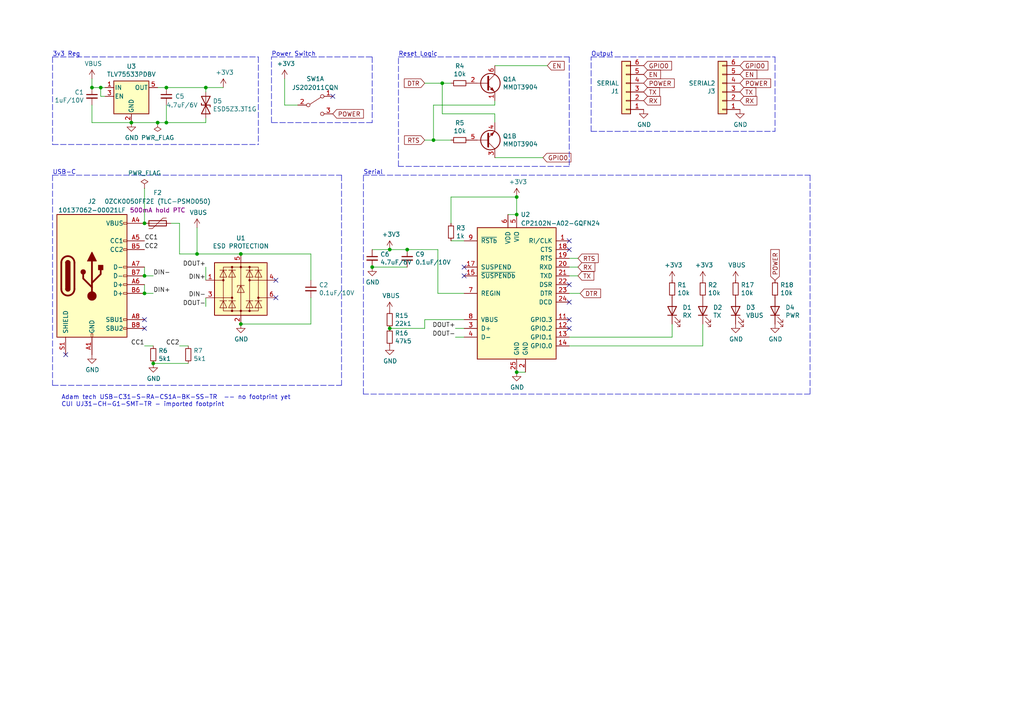
<source format=kicad_sch>
(kicad_sch (version 20210621) (generator eeschema)
  (paper "A4")
  (lib_symbols
    (symbol "Connector_Generic:Conn_01x06" (pin_names (offset 1.016) hide)
      (property "Reference" "J" (at 0 7.62 0))
      (property "Value" "Conn_01x06" (at 0 -10.16 0))
      (symbol "Conn_01x06_1_1"
        (rectangle (start -1.27 -7.493) (end 0 -7.747) (stroke (width 0.1524)))
        (rectangle (start -1.27 -4.953) (end 0 -5.207) (stroke (width 0.1524)))
        (rectangle (start -1.27 -2.413) (end 0 -2.667) (stroke (width 0.1524)))
        (rectangle (start -1.27 0.127) (end 0 -0.127) (stroke (width 0.1524)))
        (rectangle (start -1.27 2.667) (end 0 2.413) (stroke (width 0.1524)))
        (rectangle (start -1.27 5.207) (end 0 4.953) (stroke (width 0.1524)))
        (rectangle (start -1.27 6.35) (end 1.27 -8.89) (stroke (width 0.254)) (fill (type background)))
        (pin passive line (at -5.08 5.08 0) (length 3.81) (name "Pin_1") (number "1"))
        (pin passive line (at -5.08 2.54 0) (length 3.81) (name "Pin_2") (number "2"))
        (pin passive line (at -5.08 0 0) (length 3.81) (name "Pin_3") (number "3"))
        (pin passive line (at -5.08 -2.54 0) (length 3.81) (name "Pin_4") (number "4"))
        (pin passive line (at -5.08 -5.08 0) (length 3.81) (name "Pin_5") (number "5"))
        (pin passive line (at -5.08 -7.62 0) (length 3.81) (name "Pin_6") (number "6"))
      )
    )
    (symbol "Device:C_Small" (pin_numbers hide) (pin_names (offset 0.254) hide)
      (property "Reference" "C" (at 0.254 1.778 0))
      (property "Value" "C_Small" (at 0.254 -2.032 0))
      (symbol "C_Small_0_1"
        (polyline (pts (xy -1.524 -0.508) (xy 1.524 -0.508)) (stroke (width 0.3302)))
        (polyline (pts (xy -1.524 0.508) (xy 1.524 0.508)) (stroke (width 0.3048)))
      )
      (symbol "C_Small_1_1"
        (pin passive line (at 0 2.54 270) (length 2.032) (name "~") (number "1"))
        (pin passive line (at 0 -2.54 90) (length 2.032) (name "~") (number "2"))
      )
    )
    (symbol "Device:D_TVS" (pin_numbers hide) (pin_names (offset 1.016) hide)
      (property "Reference" "D" (at 0 2.54 0))
      (property "Value" "D_TVS" (at 0 -2.54 0))
      (symbol "D_TVS_0_1"
        (polyline (pts (xy 1.27 0) (xy -1.27 0)))
        (polyline (pts (xy 0.508 1.27) (xy 0 1.27) (xy 0 -1.27) (xy -0.508 -1.27)) (stroke (width 0.254)))
        (polyline (pts (xy -2.54 1.27) (xy -2.54 -1.27) (xy 2.54 1.27) (xy 2.54 -1.27) (xy -2.54 1.27)) (stroke (width 0.254)))
      )
      (symbol "D_TVS_1_1"
        (pin passive line (at -3.81 0 0) (length 2.54) (name "A1") (number "1"))
        (pin passive line (at 3.81 0 180) (length 2.54) (name "A2") (number "2"))
      )
    )
    (symbol "Device:LED" (pin_numbers hide) (pin_names (offset 1.016) hide)
      (property "Reference" "D" (at 0 2.54 0))
      (property "Value" "LED" (at 0 -2.54 0))
      (symbol "LED_0_1"
        (polyline (pts (xy -1.27 -1.27) (xy -1.27 1.27)) (stroke (width 0.254)))
        (polyline (pts (xy -1.27 0) (xy 1.27 0)))
        (polyline (pts (xy 1.27 -1.27) (xy 1.27 1.27) (xy -1.27 0) (xy 1.27 -1.27)) (stroke (width 0.254)))
        (polyline (pts (xy -3.048 -0.762) (xy -4.572 -2.286) (xy -3.81 -2.286) (xy -4.572 -2.286) (xy -4.572 -1.524)))
        (polyline (pts (xy -1.778 -0.762) (xy -3.302 -2.286) (xy -2.54 -2.286) (xy -3.302 -2.286) (xy -3.302 -1.524)))
      )
      (symbol "LED_1_1"
        (pin passive line (at -3.81 0 0) (length 2.54) (name "K") (number "1"))
        (pin passive line (at 3.81 0 180) (length 2.54) (name "A") (number "2"))
      )
    )
    (symbol "Device:Polyfuse" (pin_numbers hide) (pin_names (offset 0))
      (property "Reference" "F" (at -2.54 0 90))
      (property "Value" "Polyfuse" (at 2.54 0 90))
      (symbol "Polyfuse_0_1"
        (rectangle (start -0.762 2.54) (end 0.762 -2.54) (stroke (width 0.254)))
        (polyline (pts (xy 0 2.54) (xy 0 -2.54)))
        (polyline (pts (xy -1.524 2.54) (xy -1.524 1.524) (xy 1.524 -1.524) (xy 1.524 -2.54)))
      )
      (symbol "Polyfuse_1_1"
        (pin passive line (at 0 3.81 270) (length 1.27) (name "~") (number "1"))
        (pin passive line (at 0 -3.81 90) (length 1.27) (name "~") (number "2"))
      )
    )
    (symbol "Device:R_Small" (pin_numbers hide) (pin_names (offset 0.254) hide)
      (property "Reference" "R" (at 0.762 0.508 0))
      (property "Value" "R_Small" (at 0.762 -1.016 0))
      (symbol "R_Small_0_1"
        (rectangle (start -0.762 1.778) (end 0.762 -1.778) (stroke (width 0.2032)))
      )
      (symbol "R_Small_1_1"
        (pin passive line (at 0 2.54 270) (length 0.762) (name "~") (number "1"))
        (pin passive line (at 0 -2.54 90) (length 0.762) (name "~") (number "2"))
      )
    )
    (symbol "Power_Protection:USBLC6-4SC6" (pin_names hide)
      (property "Reference" "U" (at 2.54 8.89 0))
      (property "Value" "USBLC6-4SC6" (at 2.54 -8.89 0))
      (symbol "USBLC6-4SC6_0_1"
        (circle (center -5.08 2.54) (radius 0.254) (fill (type outline)))
        (circle (center -2.54 -6.35) (radius 0.254) (fill (type outline)))
        (circle (center -2.54 -2.54) (radius 0.254) (fill (type outline)))
        (circle (center -2.54 6.35) (radius 0.254) (fill (type outline)))
        (circle (center 0 -6.35) (radius 0.254) (fill (type outline)))
        (circle (center 0 6.35) (radius 0.254) (fill (type outline)))
        (circle (center 2.54 -6.35) (radius 0.254) (fill (type outline)))
        (circle (center 2.54 2.54) (radius 0.254) (fill (type outline)))
        (circle (center 2.54 6.35) (radius 0.254) (fill (type outline)))
        (circle (center 5.08 -2.54) (radius 0.254) (fill (type outline)))
        (rectangle (start -2.54 6.35) (end 2.54 -6.35))
        (rectangle (start -7.62 -7.62) (end 7.62 7.62) (stroke (width 0.254)) (fill (type background)))
        (polyline (pts (xy -5.08 2.54) (xy -7.62 2.54)))
        (polyline (pts (xy -4.064 -3.429) (xy -6.096 -3.429)))
        (polyline (pts (xy -4.064 5.461) (xy -6.096 5.461)))
        (polyline (pts (xy -2.54 -2.54) (xy -7.62 -2.54)))
        (polyline (pts (xy -1.524 -3.429) (xy -3.556 -3.429)))
        (polyline (pts (xy -1.524 5.461) (xy -3.556 5.461)))
        (polyline (pts (xy 0 -7.62) (xy 0 -6.35)))
        (polyline (pts (xy 0 -6.35) (xy 0 1.27)))
        (polyline (pts (xy 0 1.27) (xy 0 6.35)))
        (polyline (pts (xy 0 6.35) (xy 0 7.62)))
        (polyline (pts (xy 1.524 -3.429) (xy 3.556 -3.429)))
        (polyline (pts (xy 1.524 5.461) (xy 3.556 5.461)))
        (polyline (pts (xy 2.54 2.54) (xy 7.62 2.54)))
        (polyline (pts (xy 4.064 -3.429) (xy 6.096 -3.429)))
        (polyline (pts (xy 4.064 5.461) (xy 6.096 5.461)))
        (polyline (pts (xy 5.08 -2.54) (xy 7.62 -2.54)))
        (polyline (pts (xy -6.096 -5.461) (xy -4.064 -5.461) (xy -5.08 -3.429) (xy -6.096 -5.461)))
        (polyline (pts (xy -6.096 3.429) (xy -4.064 3.429) (xy -5.08 5.461) (xy -6.096 3.429)))
        (polyline (pts (xy -3.556 -5.461) (xy -1.524 -5.461) (xy -2.54 -3.429) (xy -3.556 -5.461)))
        (polyline (pts (xy -3.556 3.429) (xy -1.524 3.429) (xy -2.54 5.461) (xy -3.556 3.429)))
        (polyline (pts (xy -2.54 6.35) (xy -5.08 6.35) (xy -5.08 -6.35) (xy -2.54 -6.35)))
        (polyline (pts (xy -1.016 -1.016) (xy 1.016 -1.016) (xy 0 1.016) (xy -1.016 -1.016)))
        (polyline (pts (xy 1.016 1.016) (xy 0.762 1.016) (xy -1.016 1.016) (xy -1.016 0.508)))
        (polyline (pts (xy 2.54 6.35) (xy 5.08 6.35) (xy 5.08 -6.35) (xy 2.54 -6.35)))
        (polyline (pts (xy 3.556 -5.461) (xy 1.524 -5.461) (xy 2.54 -3.429) (xy 3.556 -5.461)))
        (polyline (pts (xy 3.556 3.429) (xy 1.524 3.429) (xy 2.54 5.461) (xy 3.556 3.429)))
        (polyline (pts (xy 6.096 -5.461) (xy 4.064 -5.461) (xy 5.08 -3.429) (xy 6.096 -5.461)))
        (polyline (pts (xy 6.096 3.429) (xy 4.064 3.429) (xy 5.08 5.461) (xy 6.096 3.429)))
      )
      (symbol "USBLC6-4SC6_1_1"
        (pin passive line (at -10.16 2.54 0) (length 2.54) (name "I/O1") (number "1"))
        (pin passive line (at 0 -10.16 90) (length 2.54) (name "GND") (number "2"))
        (pin passive line (at -10.16 -2.54 0) (length 2.54) (name "I/O2") (number "3"))
        (pin passive line (at 10.16 2.54 180) (length 2.54) (name "I/O3") (number "4"))
        (pin passive line (at 0 10.16 270) (length 2.54) (name "VBUS") (number "5"))
        (pin passive line (at 10.16 -2.54 180) (length 2.54) (name "I/O4") (number "6"))
      )
    )
    (symbol "Regulator_Linear:TLV75533PDBV" (pin_names (offset 0.254))
      (property "Reference" "U" (at -3.81 5.715 0))
      (property "Value" "TLV75533PDBV" (at 0 5.715 0))
      (symbol "TLV75533PDBV_0_1"
        (rectangle (start -5.08 4.445) (end 5.08 -5.08) (stroke (width 0.254)) (fill (type background)))
      )
      (symbol "TLV75533PDBV_1_1"
        (pin power_in line (at -7.62 2.54 0) (length 2.54) (name "IN") (number "1"))
        (pin power_in line (at 0 -7.62 90) (length 2.54) (name "GND") (number "2"))
        (pin input line (at -7.62 0 0) (length 2.54) (name "EN") (number "3"))
        (pin no_connect line (at 5.08 0 180) (length 2.54) hide (name "NC") (number "4"))
        (pin power_out line (at 7.62 2.54 180) (length 2.54) (name "OUT") (number "5"))
      )
    )
    (symbol "Switch:SW_DPDT_x2" (pin_names (offset 0) hide)
      (property "Reference" "SW" (at 0 4.318 0))
      (property "Value" "SW_DPDT_x2" (at 0 -5.08 0))
      (symbol "SW_DPDT_x2_0_0"
        (circle (center -2.032 0) (radius 0.508))
        (circle (center 2.032 -2.54) (radius 0.508))
      )
      (symbol "SW_DPDT_x2_0_1"
        (circle (center 2.032 2.54) (radius 0.508))
        (polyline (pts (xy -1.524 0.254) (xy 1.651 2.286)))
      )
      (symbol "SW_DPDT_x2_1_1"
        (pin passive line (at 5.08 2.54 180) (length 2.54) (name "A") (number "1"))
        (pin passive line (at -5.08 0 0) (length 2.54) (name "B") (number "2"))
        (pin passive line (at 5.08 -2.54 180) (length 2.54) (name "C") (number "3"))
      )
      (symbol "SW_DPDT_x2_2_1"
        (pin passive line (at 5.08 2.54 180) (length 2.54) (name "A") (number "4"))
        (pin passive line (at -5.08 0 0) (length 2.54) (name "B") (number "5"))
        (pin passive line (at 5.08 -2.54 180) (length 2.54) (name "C") (number "6"))
      )
    )
    (symbol "Transistor_BJT:MMDT3904" (pin_names (offset 0) hide)
      (property "Reference" "Q" (at 5.08 1.27 0))
      (property "Value" "MMDT3904" (at 5.08 -1.27 0))
      (symbol "MMDT3904_0_1"
        (circle (center 1.27 0) (radius 2.8194) (stroke (width 0.254)))
        (polyline (pts (xy 0.635 0) (xy -2.54 0)))
        (polyline (pts (xy 0.635 0.635) (xy 2.54 2.54)))
        (polyline (pts (xy 0.635 -0.635) (xy 2.54 -2.54) (xy 2.54 -2.54)))
        (polyline (pts (xy 0.635 1.905) (xy 0.635 -1.905) (xy 0.635 -1.905)) (stroke (width 0.508)))
        (polyline (pts (xy 1.27 -1.778) (xy 1.778 -1.27) (xy 2.286 -2.286) (xy 1.27 -1.778) (xy 1.27 -1.778)) (fill (type outline)))
      )
      (symbol "MMDT3904_1_1"
        (pin passive line (at 2.54 -5.08 90) (length 2.54) (name "E1") (number "1"))
        (pin input line (at -5.08 0 0) (length 2.54) (name "B1") (number "2"))
        (pin passive line (at 2.54 5.08 270) (length 2.54) (name "C1") (number "6"))
      )
      (symbol "MMDT3904_2_1"
        (pin passive line (at 2.54 5.08 270) (length 2.54) (name "C2") (number "3"))
        (pin passive line (at 2.54 -5.08 90) (length 2.54) (name "E2") (number "4"))
        (pin input line (at -5.08 0 0) (length 2.54) (name "B2") (number "5"))
      )
    )
    (symbol "eflashy32-rescue:CP2102N-A01-GQFN24-Interface_USB" (pin_names (offset 1.016))
      (property "Reference" "U" (at -5.08 22.225 0))
      (property "Value" "CP2102N-A01-GQFN24-Interface_USB" (at -5.08 20.32 0))
      (symbol "CP2102N-A01-GQFN24-Interface_USB_0_1"
        (rectangle (start -11.43 19.05) (end 11.43 -19.05) (stroke (width 0.254)) (fill (type background)))
      )
      (symbol "CP2102N-A01-GQFN24-Interface_USB_1_1"
        (pin bidirectional line (at 15.24 15.24 180) (length 3.81) (name "RI/CLK") (number "1"))
        (pin no_connect line (at 10.16 -22.86 90) (length 3.81) hide (name "NC") (number "10"))
        (pin bidirectional line (at 15.24 -7.62 180) (length 3.81) (name "GPIO.3") (number "11"))
        (pin bidirectional line (at 15.24 -10.16 180) (length 3.81) (name "GPIO.2") (number "12"))
        (pin bidirectional line (at 15.24 -12.7 180) (length 3.81) (name "GPIO.1") (number "13"))
        (pin bidirectional line (at 15.24 -15.24 180) (length 3.81) (name "GPIO.0") (number "14"))
        (pin output line (at -15.24 5.08 0) (length 3.81) (name "~{SUSPENDb}") (number "15"))
        (pin no_connect line (at 7.62 -22.86 90) (length 3.81) hide (name "NC") (number "16"))
        (pin output line (at -15.24 7.62 0) (length 3.81) (name "SUSPEND") (number "17"))
        (pin input line (at 15.24 12.7 180) (length 3.81) (name "CTS") (number "18"))
        (pin output line (at 15.24 10.16 180) (length 3.81) (name "RTS") (number "19"))
        (pin power_in line (at 2.54 -22.86 90) (length 3.81) (name "GND") (number "2"))
        (pin input line (at 15.24 7.62 180) (length 3.81) (name "RXD") (number "20"))
        (pin output line (at 15.24 5.08 180) (length 3.81) (name "TXD") (number "21"))
        (pin input line (at 15.24 2.54 180) (length 3.81) (name "DSR") (number "22"))
        (pin output line (at 15.24 0 180) (length 3.81) (name "DTR") (number "23"))
        (pin input line (at 15.24 -2.54 180) (length 3.81) (name "DCD") (number "24"))
        (pin power_in line (at 0 -22.86 90) (length 3.81) (name "GND") (number "25"))
        (pin bidirectional line (at -15.24 -10.16 0) (length 3.81) (name "D+") (number "3"))
        (pin bidirectional line (at -15.24 -12.7 0) (length 3.81) (name "D-") (number "4"))
        (pin power_in line (at 0 22.86 270) (length 3.81) (name "VIO") (number "5"))
        (pin power_in line (at -2.54 22.86 270) (length 3.81) (name "VDD") (number "6"))
        (pin power_in line (at -15.24 0 0) (length 3.81) (name "REGIN") (number "7"))
        (pin input line (at -15.24 -7.62 0) (length 3.81) (name "VBUS") (number "8"))
        (pin input line (at -15.24 15.24 0) (length 3.81) (name "~{RSTb}") (number "9"))
      )
    )
    (symbol "eflashy32-rescue:USB_C_Receptacle_USB2.0-Connector" (pin_names (offset 1.016))
      (property "Reference" "J" (at -10.16 19.05 0))
      (property "Value" "USB_C_Receptacle_USB2.0-Connector" (at 19.05 19.05 0))
      (symbol "USB_C_Receptacle_USB2.0-Connector_0_0"
        (rectangle (start -0.254 -17.78) (end 0.254 -16.764))
        (rectangle (start 10.16 -14.986) (end 9.144 -15.494))
        (rectangle (start 10.16 -12.446) (end 9.144 -12.954))
        (rectangle (start 10.16 -4.826) (end 9.144 -5.334))
        (rectangle (start 10.16 -2.286) (end 9.144 -2.794))
        (rectangle (start 10.16 0.254) (end 9.144 -0.254))
        (rectangle (start 10.16 2.794) (end 9.144 2.286))
        (rectangle (start 10.16 7.874) (end 9.144 7.366))
        (rectangle (start 10.16 10.414) (end 9.144 9.906))
        (rectangle (start 10.16 15.494) (end 9.144 14.986))
      )
      (symbol "USB_C_Receptacle_USB2.0-Connector_0_1"
        (arc (start -8.89 -3.81) (end -5.08 -3.81) (radius (at -6.985 -3.81) (length 1.905) (angles -179.9 -0.1)) (stroke (width 0.508)))
        (arc (start -7.62 -3.81) (end -6.35 -3.81) (radius (at -6.985 -3.81) (length 0.635) (angles -179.9 -0.1)) (stroke (width 0.254)))
        (arc (start -6.35 3.81) (end -7.62 3.81) (radius (at -6.985 3.81) (length 0.635) (angles 0.1 179.9)) (stroke (width 0.254)))
        (arc (start -5.08 3.81) (end -8.89 3.81) (radius (at -6.985 3.81) (length 1.905) (angles 0.1 179.9)) (stroke (width 0.508)))
        (arc (start -7.62 -3.81) (end -6.35 -3.81) (radius (at -6.985 -3.81) (length 0.635) (angles -179.9 -0.1)) (stroke (width 0.254)) (fill (type outline)))
        (arc (start -6.35 3.81) (end -7.62 3.81) (radius (at -6.985 3.81) (length 0.635) (angles 0.1 179.9)) (stroke (width 0.254)) (fill (type outline)))
        (circle (center -2.54 1.143) (radius 0.635) (stroke (width 0.254)) (fill (type outline)))
        (circle (center 0 -5.842) (radius 1.27) (fill (type outline)))
        (rectangle (start -7.62 -3.81) (end -6.35 3.81) (stroke (width 0.254)) (fill (type outline)))
        (rectangle (start 1.905 1.778) (end 3.175 3.048) (stroke (width 0.254)) (fill (type outline)))
        (rectangle (start -10.16 17.78) (end 10.16 -17.78) (stroke (width 0.254)) (fill (type background)))
        (polyline (pts (xy -8.89 -3.81) (xy -8.89 3.81)) (stroke (width 0.508)))
        (polyline (pts (xy -5.08 3.81) (xy -5.08 -3.81)) (stroke (width 0.508)))
        (polyline (pts (xy 0 -5.842) (xy 0 4.318)) (stroke (width 0.508)))
        (polyline (pts (xy 0 -3.302) (xy -2.54 -0.762) (xy -2.54 0.508)) (stroke (width 0.508)))
        (polyline (pts (xy 0 -2.032) (xy 2.54 0.508) (xy 2.54 1.778)) (stroke (width 0.508)))
        (polyline (pts (xy -1.27 4.318) (xy 0 6.858) (xy 1.27 4.318) (xy -1.27 4.318)) (stroke (width 0.254)) (fill (type outline)))
      )
      (symbol "USB_C_Receptacle_USB2.0-Connector_1_1"
        (pin power_in line (at 0 -22.86 90) (length 5.08) (name "GND") (number "A1"))
        (pin passive line (at 0 -22.86 90) (length 5.08) hide (name "GND") (number "A12"))
        (pin power_in line (at 15.24 15.24 180) (length 5.08) (name "VBUS") (number "A4"))
        (pin bidirectional line (at 15.24 10.16 180) (length 5.08) (name "CC1") (number "A5"))
        (pin bidirectional line (at 15.24 -2.54 180) (length 5.08) (name "D+") (number "A6"))
        (pin bidirectional line (at 15.24 2.54 180) (length 5.08) (name "D-") (number "A7"))
        (pin bidirectional line (at 15.24 -12.7 180) (length 5.08) (name "SBU1") (number "A8"))
        (pin passive line (at 15.24 15.24 180) (length 5.08) hide (name "VBUS") (number "A9"))
        (pin passive line (at 0 -22.86 90) (length 5.08) hide (name "GND") (number "B1"))
        (pin passive line (at 0 -22.86 90) (length 5.08) hide (name "GND") (number "B12"))
        (pin passive line (at 15.24 15.24 180) (length 5.08) hide (name "VBUS") (number "B4"))
        (pin bidirectional line (at 15.24 7.62 180) (length 5.08) (name "CC2") (number "B5"))
        (pin bidirectional line (at 15.24 -5.08 180) (length 5.08) (name "D+") (number "B6"))
        (pin bidirectional line (at 15.24 0 180) (length 5.08) (name "D-") (number "B7"))
        (pin bidirectional line (at 15.24 -15.24 180) (length 5.08) (name "SBU2") (number "B8"))
        (pin passive line (at 15.24 15.24 180) (length 5.08) hide (name "VBUS") (number "B9"))
        (pin passive line (at -7.62 -22.86 90) (length 5.08) (name "SHIELD") (number "S1"))
      )
    )
    (symbol "power:+3V3" (power) (pin_names (offset 0))
      (property "Value" "+3V3" (at 0 3.556 0))
      (symbol "+3V3_0_1"
        (polyline (pts (xy -0.762 1.27) (xy 0 2.54)))
        (polyline (pts (xy 0 0) (xy 0 2.54)))
        (polyline (pts (xy 0 2.54) (xy 0.762 1.27)))
      )
      (symbol "+3V3_1_1"
        (pin power_in line (at 0 0 90) (length 0) hide (name "+3V3") (number "1"))
      )
    )
    (symbol "power:GND" (power) (pin_names (offset 0))
      (property "Value" "GND" (at 0 -3.81 0))
      (symbol "GND_0_1"
        (polyline (pts (xy 0 0) (xy 0 -1.27) (xy 1.27 -1.27) (xy 0 -2.54) (xy -1.27 -1.27) (xy 0 -1.27)))
      )
      (symbol "GND_1_1"
        (pin power_in line (at 0 0 270) (length 0) hide (name "GND") (number "1"))
      )
    )
    (symbol "power:PWR_FLAG" (power) (pin_numbers hide) (pin_names (offset 0) hide)
      (property "Value" "PWR_FLAG" (at 0 3.81 0))
      (symbol "PWR_FLAG_0_0"
        (pin power_out line (at 0 0 90) (length 0) (name "pwr") (number "1"))
      )
      (symbol "PWR_FLAG_0_1"
        (polyline (pts (xy 0 0) (xy 0 1.27) (xy -1.016 1.905) (xy 0 2.54) (xy 1.016 1.905) (xy 0 1.27)))
      )
    )
    (symbol "power:VBUS" (power) (pin_names (offset 0))
      (property "Value" "VBUS" (at 0 3.81 0))
      (symbol "VBUS_0_1"
        (polyline (pts (xy -0.762 1.27) (xy 0 2.54)))
        (polyline (pts (xy 0 0) (xy 0 2.54)))
        (polyline (pts (xy 0 2.54) (xy 0.762 1.27)))
      )
      (symbol "VBUS_1_1"
        (pin power_in line (at 0 0 90) (length 0) hide (name "VBUS") (number "1"))
      )
    )
  )
  (junction (at 26.67 25.4))
  (junction (at 29.21 25.4))
  (junction (at 38.1 35.56))
  (junction (at 41.91 64.77))
  (junction (at 41.91 80.01))
  (junction (at 41.91 85.09))
  (junction (at 44.45 105.41))
  (junction (at 45.72 35.56))
  (junction (at 48.26 25.4))
  (junction (at 48.26 35.56))
  (junction (at 57.15 73.66))
  (junction (at 59.69 25.4))
  (junction (at 69.85 73.66))
  (junction (at 69.85 93.98))
  (junction (at 107.95 77.47))
  (junction (at 113.03 72.39))
  (junction (at 113.03 95.25))
  (junction (at 118.11 72.39))
  (junction (at 125.73 40.64))
  (junction (at 128.27 24.13))
  (junction (at 149.86 57.15))
  (junction (at 149.86 62.23))
  (junction (at 149.86 107.95))
  (no_connect (at 19.05 102.87))
  (no_connect (at 41.91 92.71))
  (no_connect (at 41.91 95.25))
  (no_connect (at 80.01 81.28))
  (no_connect (at 80.01 86.36))
  (no_connect (at 96.52 27.94))
  (no_connect (at 134.62 77.47))
  (no_connect (at 134.62 80.01))
  (no_connect (at 165.1 69.85))
  (no_connect (at 165.1 72.39))
  (no_connect (at 165.1 82.55))
  (no_connect (at 165.1 87.63))
  (no_connect (at 165.1 92.71))
  (no_connect (at 165.1 95.25))
  (wire (pts (xy 26.67 25.4) (xy 26.67 22.86)))
  (wire (pts (xy 26.67 30.48) (xy 26.67 35.56)))
  (wire (pts (xy 26.67 35.56) (xy 38.1 35.56)))
  (wire (pts (xy 29.21 25.4) (xy 26.67 25.4)))
  (wire (pts (xy 29.21 25.4) (xy 29.21 27.94)))
  (wire (pts (xy 29.21 27.94) (xy 30.48 27.94)))
  (wire (pts (xy 30.48 25.4) (xy 29.21 25.4)))
  (wire (pts (xy 38.1 35.56) (xy 45.72 35.56)))
  (wire (pts (xy 41.91 54.61) (xy 41.91 64.77)))
  (wire (pts (xy 41.91 77.47) (xy 41.91 80.01)))
  (wire (pts (xy 41.91 80.01) (xy 44.45 80.01)))
  (wire (pts (xy 41.91 82.55) (xy 41.91 85.09)))
  (wire (pts (xy 41.91 85.09) (xy 44.45 85.09)))
  (wire (pts (xy 41.91 100.33) (xy 44.45 100.33)))
  (wire (pts (xy 44.45 105.41) (xy 54.61 105.41)))
  (wire (pts (xy 45.72 25.4) (xy 48.26 25.4)))
  (wire (pts (xy 45.72 35.56) (xy 48.26 35.56)))
  (wire (pts (xy 48.26 25.4) (xy 59.69 25.4)))
  (wire (pts (xy 48.26 30.48) (xy 48.26 35.56)))
  (wire (pts (xy 48.26 35.56) (xy 59.69 35.56)))
  (wire (pts (xy 49.53 64.77) (xy 52.07 64.77)))
  (wire (pts (xy 52.07 64.77) (xy 52.07 73.66)))
  (wire (pts (xy 52.07 73.66) (xy 57.15 73.66)))
  (wire (pts (xy 52.07 100.33) (xy 54.61 100.33)))
  (wire (pts (xy 57.15 66.04) (xy 57.15 73.66)))
  (wire (pts (xy 57.15 73.66) (xy 69.85 73.66)))
  (wire (pts (xy 59.69 25.4) (xy 64.77 25.4)))
  (wire (pts (xy 59.69 26.67) (xy 59.69 25.4)))
  (wire (pts (xy 59.69 35.56) (xy 59.69 34.29)))
  (wire (pts (xy 59.69 81.28) (xy 59.69 77.47)))
  (wire (pts (xy 59.69 88.9) (xy 59.69 86.36)))
  (wire (pts (xy 69.85 73.66) (xy 90.17 73.66)))
  (wire (pts (xy 82.55 30.48) (xy 82.55 22.86)))
  (wire (pts (xy 86.36 30.48) (xy 82.55 30.48)))
  (wire (pts (xy 90.17 73.66) (xy 90.17 81.28)))
  (wire (pts (xy 90.17 86.36) (xy 90.17 93.98)))
  (wire (pts (xy 90.17 93.98) (xy 69.85 93.98)))
  (wire (pts (xy 107.95 72.39) (xy 113.03 72.39)))
  (wire (pts (xy 113.03 72.39) (xy 118.11 72.39)))
  (wire (pts (xy 113.03 95.25) (xy 123.19 95.25)))
  (wire (pts (xy 118.11 77.47) (xy 107.95 77.47)))
  (wire (pts (xy 123.19 24.13) (xy 128.27 24.13)))
  (wire (pts (xy 123.19 40.64) (xy 125.73 40.64)))
  (wire (pts (xy 123.19 92.71) (xy 134.62 92.71)))
  (wire (pts (xy 123.19 95.25) (xy 123.19 92.71)))
  (wire (pts (xy 125.73 30.48) (xy 125.73 40.64)))
  (wire (pts (xy 127 72.39) (xy 118.11 72.39)))
  (wire (pts (xy 127 85.09) (xy 127 72.39)))
  (wire (pts (xy 128.27 24.13) (xy 128.27 33.02)))
  (wire (pts (xy 128.27 33.02) (xy 143.51 33.02)))
  (wire (pts (xy 130.81 24.13) (xy 128.27 24.13)))
  (wire (pts (xy 130.81 40.64) (xy 125.73 40.64)))
  (wire (pts (xy 130.81 57.15) (xy 130.81 64.77)))
  (wire (pts (xy 130.81 57.15) (xy 149.86 57.15)))
  (wire (pts (xy 134.62 69.85) (xy 130.81 69.85)))
  (wire (pts (xy 134.62 85.09) (xy 127 85.09)))
  (wire (pts (xy 134.62 95.25) (xy 132.08 95.25)))
  (wire (pts (xy 134.62 97.79) (xy 132.08 97.79)))
  (wire (pts (xy 143.51 19.05) (xy 158.75 19.05)))
  (wire (pts (xy 143.51 29.21) (xy 143.51 30.48)))
  (wire (pts (xy 143.51 30.48) (xy 125.73 30.48)))
  (wire (pts (xy 143.51 33.02) (xy 143.51 35.56)))
  (wire (pts (xy 143.51 45.72) (xy 157.48 45.72)))
  (wire (pts (xy 147.32 62.23) (xy 149.86 62.23)))
  (wire (pts (xy 149.86 62.23) (xy 149.86 57.15)))
  (wire (pts (xy 152.4 107.95) (xy 149.86 107.95)))
  (wire (pts (xy 165.1 74.93) (xy 167.64 74.93)))
  (wire (pts (xy 165.1 77.47) (xy 167.64 77.47)))
  (wire (pts (xy 165.1 97.79) (xy 194.945 97.79)))
  (wire (pts (xy 165.1 100.33) (xy 203.835 100.33)))
  (wire (pts (xy 167.64 80.01) (xy 165.1 80.01)))
  (wire (pts (xy 168.275 85.09) (xy 165.1 85.09)))
  (wire (pts (xy 194.945 93.98) (xy 194.945 97.79)))
  (wire (pts (xy 203.835 93.98) (xy 203.835 100.33)))
  (polyline (pts (xy 15.24 16.51) (xy 15.24 41.91)) (stroke (width 0) (type dash)))
  (polyline (pts (xy 15.24 16.51) (xy 74.93 16.51)) (stroke (width 0) (type dash)))
  (polyline (pts (xy 15.24 41.91) (xy 74.93 41.91)) (stroke (width 0) (type dash)))
  (polyline (pts (xy 15.24 50.8) (xy 15.24 111.76)) (stroke (width 0) (type dash)))
  (polyline (pts (xy 15.24 50.8) (xy 99.06 50.8)) (stroke (width 0) (type dash)))
  (polyline (pts (xy 15.24 111.76) (xy 99.06 111.76)) (stroke (width 0) (type dash)))
  (polyline (pts (xy 74.93 16.51) (xy 74.93 41.91)) (stroke (width 0) (type dash)))
  (polyline (pts (xy 78.74 16.51) (xy 107.95 16.51)) (stroke (width 0) (type dash)))
  (polyline (pts (xy 78.74 35.56) (xy 78.74 16.51)) (stroke (width 0) (type dash)))
  (polyline (pts (xy 99.06 50.8) (xy 99.06 111.76)) (stroke (width 0) (type dash)))
  (polyline (pts (xy 105.41 50.8) (xy 234.95 50.8)) (stroke (width 0) (type dash)))
  (polyline (pts (xy 105.41 114.3) (xy 105.41 50.8)) (stroke (width 0) (type dash)))
  (polyline (pts (xy 107.95 16.51) (xy 107.95 35.56)) (stroke (width 0) (type dash)))
  (polyline (pts (xy 107.95 35.56) (xy 78.74 35.56)) (stroke (width 0) (type dash)))
  (polyline (pts (xy 115.57 16.51) (xy 165.1 16.51)) (stroke (width 0) (type dash)))
  (polyline (pts (xy 115.57 48.26) (xy 115.57 16.51)) (stroke (width 0) (type dash)))
  (polyline (pts (xy 165.1 16.51) (xy 165.1 48.26)) (stroke (width 0) (type dash)))
  (polyline (pts (xy 165.1 48.26) (xy 115.57 48.26)) (stroke (width 0) (type dash)))
  (polyline (pts (xy 171.45 16.51) (xy 224.79 16.51)) (stroke (width 0) (type dash)))
  (polyline (pts (xy 171.45 38.1) (xy 171.45 16.51)) (stroke (width 0) (type dash)))
  (polyline (pts (xy 171.45 38.1) (xy 224.79 38.1)) (stroke (width 0) (type dash)))
  (polyline (pts (xy 224.79 16.51) (xy 224.79 38.1)) (stroke (width 0) (type dash)))
  (polyline (pts (xy 234.95 50.8) (xy 234.95 114.3)) (stroke (width 0) (type dash)))
  (polyline (pts (xy 234.95 114.3) (xy 105.41 114.3)) (stroke (width 0) (type dash)))
  (text "3v3 Reg" (at 15.24 16.51 0) (effects (font (size 1.27 1.27)) (justify left bottom)))
  (text "USB-C" (at 15.24 50.8 0) (effects (font (size 1.27 1.27)) (justify left bottom)))
  (text "Adam tech USB-C31-S-RA-CS1A-BK-SS-TR  -- no footprint yet\nCUI UJ31-CH-G1-SMT-TR - imported footprint" (at 17.78 118.11 0) (effects (font (size 1.27 1.27)) (justify left bottom)))
  (text "Power Switch" (at 78.74 16.51 0) (effects (font (size 1.27 1.27)) (justify left bottom)))
  (text "Serial" (at 105.41 50.8 0) (effects (font (size 1.27 1.27)) (justify left bottom)))
  (text "Reset Logic" (at 115.57 16.51 0) (effects (font (size 1.27 1.27)) (justify left bottom)))
  (text "Output" (at 171.45 16.51 0) (effects (font (size 1.27 1.27)) (justify left bottom)))
  (label "CC1" (at 41.91 69.85 0))
  (label "CC2" (at 41.91 72.39 0))
  (label "CC1" (at 41.91 100.33 180))
  (label "DIN-" (at 44.45 80.01 0))
  (label "DIN+" (at 44.45 85.09 0))
  (label "CC2" (at 52.07 100.33 180))
  (label "DOUT+" (at 59.69 77.47 180))
  (label "DIN+" (at 59.69 81.28 180))
  (label "DIN-" (at 59.69 86.36 180))
  (label "DOUT-" (at 59.69 88.9 180))
  (label "DOUT+" (at 132.08 95.25 180))
  (label "DOUT-" (at 132.08 97.79 180))
  (global_label "POWER" (shape input) (at 96.52 33.02 0) (property "Intersheet References" "${INTERSHEET_REFS}" (effects hide)))
  (global_label "DTR" (shape input) (at 123.19 24.13 180) (property "Intersheet References" "${INTERSHEET_REFS}" (effects hide)))
  (global_label "RTS" (shape input) (at 123.19 40.64 180) (property "Intersheet References" "${INTERSHEET_REFS}" (effects hide)))
  (global_label "GPIO0" (shape input) (at 157.48 45.72 0) (property "Intersheet References" "${INTERSHEET_REFS}" (effects hide)))
  (global_label "EN" (shape input) (at 158.75 19.05 0) (property "Intersheet References" "${INTERSHEET_REFS}" (effects hide)))
  (global_label "RTS" (shape input) (at 167.64 74.93 0) (property "Intersheet References" "${INTERSHEET_REFS}" (effects hide)))
  (global_label "RX" (shape input) (at 167.64 77.47 0) (property "Intersheet References" "${INTERSHEET_REFS}" (effects hide)))
  (global_label "TX" (shape input) (at 167.64 80.01 0) (property "Intersheet References" "${INTERSHEET_REFS}" (effects hide)))
  (global_label "DTR" (shape input) (at 168.275 85.09 0) (property "Intersheet References" "${INTERSHEET_REFS}" (effects hide)))
  (global_label "GPIO0" (shape input) (at 186.69 19.05 0) (property "Intersheet References" "${INTERSHEET_REFS}" (effects hide)))
  (global_label "EN" (shape input) (at 186.69 21.59 0) (property "Intersheet References" "${INTERSHEET_REFS}" (effects hide)))
  (global_label "POWER" (shape input) (at 186.69 24.13 0) (property "Intersheet References" "${INTERSHEET_REFS}" (effects hide)))
  (global_label "TX" (shape input) (at 186.69 26.67 0) (property "Intersheet References" "${INTERSHEET_REFS}" (effects hide)))
  (global_label "RX" (shape input) (at 186.69 29.21 0) (property "Intersheet References" "${INTERSHEET_REFS}" (effects hide)))
  (global_label "GPIO0" (shape input) (at 214.63 19.05 0) (property "Intersheet References" "${INTERSHEET_REFS}" (effects hide)))
  (global_label "EN" (shape input) (at 214.63 21.59 0) (property "Intersheet References" "${INTERSHEET_REFS}" (effects hide)))
  (global_label "POWER" (shape input) (at 214.63 24.13 0) (property "Intersheet References" "${INTERSHEET_REFS}" (effects hide)))
  (global_label "TX" (shape input) (at 214.63 26.67 0) (property "Intersheet References" "${INTERSHEET_REFS}" (effects hide)))
  (global_label "RX" (shape input) (at 214.63 29.21 0) (property "Intersheet References" "${INTERSHEET_REFS}" (effects hide)))
  (global_label "POWER" (shape input) (at 224.79 81.28 90) (property "Intersheet References" "${INTERSHEET_REFS}" (effects hide)))
  (symbol (lib_id "power:VBUS") (at 26.67 22.86 0) (unit 1)
    (property "Reference" "#PWR04" (effects hide))
    (property "Value" "VBUS" (at 27.051 18.4658 0))
  )
  (symbol (lib_id "power:VBUS") (at 57.15 66.04 0) (unit 1)
    (property "Reference" "#PWR02" (effects hide))
    (property "Value" "VBUS" (at 57.531 61.6458 0))
  )
  (symbol (lib_id "power:+3V3") (at 64.77 25.4 0) (unit 1)
    (property "Reference" "#PWR08" (effects hide))
    (property "Value" "+3V3" (at 65.151 21.0058 0))
  )
  (symbol (lib_id "power:+3V3") (at 82.55 22.86 0) (unit 1)
    (property "Reference" "#PWR03" (effects hide))
    (property "Value" "+3V3" (at 82.931 18.4658 0))
  )
  (symbol (lib_id "power:+3V3") (at 113.03 72.39 0) (unit 1)
    (property "Reference" "#PWR09" (effects hide))
    (property "Value" "+3V3" (at 113.411 67.9958 0))
  )
  (symbol (lib_id "power:VBUS") (at 113.03 90.17 0) (unit 1)
    (property "Reference" "#PWR014" (effects hide))
    (property "Value" "VBUS" (at 113.411 85.7758 0))
  )
  (symbol (lib_id "power:+3V3") (at 149.86 57.15 0) (unit 1)
    (property "Reference" "#PWR016" (effects hide))
    (property "Value" "+3V3" (at 150.241 52.7558 0))
  )
  (symbol (lib_id "power:+3V3") (at 194.945 81.28 0) (unit 1)
    (property "Reference" "#PWR011" (effects hide))
    (property "Value" "+3V3" (at 195.326 76.8858 0))
  )
  (symbol (lib_id "power:+3V3") (at 203.835 81.28 0) (unit 1)
    (property "Reference" "#PWR012" (effects hide))
    (property "Value" "+3V3" (at 204.216 76.8858 0))
  )
  (symbol (lib_id "power:VBUS") (at 213.36 81.28 0) (unit 1)
    (property "Reference" "#PWR017" (effects hide))
    (property "Value" "VBUS" (at 213.741 76.8858 0))
  )
  (symbol (lib_id "power:PWR_FLAG") (at 41.91 54.61 0) (unit 1)
    (property "Reference" "#FLG0101" (effects hide))
    (property "Value" "PWR_FLAG" (at 41.91 50.2158 0))
  )
  (symbol (lib_id "power:PWR_FLAG") (at 45.72 35.56 180) (unit 1)
    (property "Reference" "#FLG0102" (effects hide))
    (property "Value" "PWR_FLAG" (at 45.72 39.9542 0))
  )
  (symbol (lib_id "power:GND") (at 26.67 102.87 0) (unit 1)
    (property "Reference" "#PWR01" (effects hide))
    (property "Value" "GND" (at 26.797 107.2642 0))
  )
  (symbol (lib_id "power:GND") (at 38.1 35.56 0) (unit 1)
    (property "Reference" "#PWR06" (effects hide))
    (property "Value" "GND" (at 38.227 39.9542 0))
  )
  (symbol (lib_id "power:GND") (at 44.45 105.41 0) (unit 1)
    (property "Reference" "#PWR020" (effects hide))
    (property "Value" "GND" (at 44.577 109.8042 0))
  )
  (symbol (lib_id "power:GND") (at 69.85 93.98 0) (unit 1)
    (property "Reference" "#PWR05" (effects hide))
    (property "Value" "GND" (at 69.977 98.3742 0))
  )
  (symbol (lib_id "power:GND") (at 107.95 77.47 0) (unit 1)
    (property "Reference" "#PWR07" (effects hide))
    (property "Value" "GND" (at 108.077 81.8642 0))
  )
  (symbol (lib_id "power:GND") (at 113.03 100.33 0) (unit 1)
    (property "Reference" "#PWR015" (effects hide))
    (property "Value" "GND" (at 113.157 104.7242 0))
  )
  (symbol (lib_id "power:GND") (at 149.86 107.95 0) (unit 1)
    (property "Reference" "#PWR010" (effects hide))
    (property "Value" "GND" (at 149.987 112.3442 0))
  )
  (symbol (lib_id "power:GND") (at 186.69 31.75 0) (unit 1)
    (property "Reference" "#PWR013" (effects hide))
    (property "Value" "GND" (at 186.817 36.1442 0))
  )
  (symbol (lib_id "power:GND") (at 213.36 93.98 0) (unit 1)
    (property "Reference" "#PWR018" (effects hide))
    (property "Value" "GND" (at 213.487 98.3742 0))
  )
  (symbol (lib_id "power:GND") (at 214.63 31.75 0) (unit 1)
    (property "Reference" "#PWR021" (effects hide))
    (property "Value" "GND" (at 214.757 36.1442 0))
  )
  (symbol (lib_id "power:GND") (at 224.79 93.98 0) (unit 1)
    (property "Reference" "#PWR019" (effects hide))
    (property "Value" "GND" (at 224.917 98.3742 0))
  )
  (symbol (lib_id "Device:R_Small") (at 44.45 102.87 0) (unit 1)
    (property "Reference" "R6" (at 45.9486 101.7016 0) (effects (justify left)))
    (property "Value" "5k1" (at 45.9486 104.013 0) (effects (justify left)))
    (property "Footprint" "Resistor_SMD:R_0805_2012Metric" (effects hide))
    (property "LCSC" "C27834" (effects hide))
  )
  (symbol (lib_id "Device:R_Small") (at 54.61 102.87 0) (unit 1)
    (property "Reference" "R7" (at 56.1086 101.7016 0) (effects (justify left)))
    (property "Value" "5k1" (at 56.1086 104.013 0) (effects (justify left)))
    (property "Footprint" "Resistor_SMD:R_0805_2012Metric" (effects hide))
    (property "LCSC" "C27834" (effects hide))
  )
  (symbol (lib_id "Device:R_Small") (at 113.03 92.71 0) (unit 1)
    (property "Reference" "R15" (at 114.5286 91.5416 0) (effects (justify left)))
    (property "Value" "22k1" (at 114.5286 93.853 0) (effects (justify left)))
    (property "Footprint" "Resistor_SMD:R_0805_2012Metric" (effects hide))
    (property "LCSC" "C17560" (effects hide))
  )
  (symbol (lib_id "Device:R_Small") (at 113.03 97.79 0) (unit 1)
    (property "Reference" "R16" (at 114.5286 96.6216 0) (effects (justify left)))
    (property "Value" "47k5" (at 114.5286 98.933 0) (effects (justify left)))
    (property "Footprint" "Resistor_SMD:R_0805_2012Metric" (effects hide))
    (property "LCSC" "C17713" (effects hide))
  )
  (symbol (lib_id "Device:R_Small") (at 130.81 67.31 0) (unit 1)
    (property "Reference" "R3" (at 132.3086 66.1416 0) (effects (justify left)))
    (property "Value" "1k" (at 132.3086 68.453 0) (effects (justify left)))
    (property "Footprint" "Resistor_SMD:R_0805_2012Metric" (effects hide))
    (property "LCSC" "C17513" (effects hide))
  )
  (symbol (lib_id "Device:R_Small") (at 133.35 24.13 270) (unit 1)
    (property "Reference" "R4" (at 133.35 19.1516 90))
    (property "Value" "10k" (at 133.35 21.463 90))
    (property "Footprint" "Resistor_SMD:R_0805_2012Metric" (effects hide))
    (property "LCSC" "C17414" (effects hide))
  )
  (symbol (lib_id "Device:R_Small") (at 133.35 40.64 270) (unit 1)
    (property "Reference" "R5" (at 133.35 35.6616 90))
    (property "Value" "10k" (at 133.35 37.973 90))
    (property "Footprint" "Resistor_SMD:R_0805_2012Metric" (effects hide))
    (property "LCSC" "C17414" (effects hide))
  )
  (symbol (lib_id "Device:R_Small") (at 194.945 83.82 0) (unit 1)
    (property "Reference" "R1" (at 196.4436 82.6516 0) (effects (justify left)))
    (property "Value" "10k" (at 196.4436 84.963 0) (effects (justify left)))
    (property "Footprint" "Resistor_SMD:R_0805_2012Metric" (effects hide))
    (property "LCSC" "C17414" (effects hide))
  )
  (symbol (lib_id "Device:R_Small") (at 203.835 83.82 0) (unit 1)
    (property "Reference" "R2" (at 205.3336 82.6516 0) (effects (justify left)))
    (property "Value" "10k" (at 205.3336 84.963 0) (effects (justify left)))
    (property "Footprint" "Resistor_SMD:R_0805_2012Metric" (effects hide))
    (property "LCSC" "C17414" (effects hide))
  )
  (symbol (lib_id "Device:R_Small") (at 213.36 83.82 0) (unit 1)
    (property "Reference" "R17" (at 214.8586 82.6516 0) (effects (justify left)))
    (property "Value" "10k" (at 214.8586 84.963 0) (effects (justify left)))
    (property "Footprint" "Resistor_SMD:R_0805_2012Metric" (effects hide))
    (property "LCSC" "C17414" (effects hide))
  )
  (symbol (lib_id "Device:R_Small") (at 224.79 83.82 0) (unit 1)
    (property "Reference" "R18" (at 226.2886 82.6516 0) (effects (justify left)))
    (property "Value" "10k" (at 226.2886 84.963 0) (effects (justify left)))
    (property "Footprint" "Resistor_SMD:R_0805_2012Metric" (effects hide))
    (property "LCSC" "C17414" (effects hide))
  )
  (symbol (lib_id "Device:C_Small") (at 26.67 27.94 0) (unit 1)
    (property "Reference" "C1" (at 24.3332 26.7716 0) (effects (justify right)))
    (property "Value" "1uF/10V" (at 24.3332 29.083 0) (effects (justify right)))
    (property "Footprint" "Capacitor_SMD:C_0805_2012Metric" (effects hide))
    (property "LCSC" "C28323" (effects hide))
  )
  (symbol (lib_id "Device:C_Small") (at 48.26 27.94 0) (unit 1)
    (property "Reference" "C5" (at 50.8 27.94 0) (effects (justify left)))
    (property "Value" "4.7uF/6V" (at 48.26 30.48 0) (effects (justify left)))
    (property "Footprint" "Capacitor_SMD:C_0805_2012Metric" (effects hide))
    (property "LCSC" "C1779" (effects hide))
  )
  (symbol (lib_id "Device:C_Small") (at 90.17 83.82 0) (unit 1)
    (property "Reference" "C2" (at 92.5068 82.6516 0) (effects (justify left)))
    (property "Value" "0.1uF/10V" (at 92.5068 84.963 0) (effects (justify left)))
    (property "Footprint" "Capacitor_SMD:C_0805_2012Metric" (effects hide))
    (property "LCSC" "C49678" (effects hide))
  )
  (symbol (lib_id "Device:C_Small") (at 107.95 74.93 0) (unit 1)
    (property "Reference" "C6" (at 110.2868 73.7616 0) (effects (justify left)))
    (property "Value" "4.7uF/6V" (at 110.2868 76.073 0) (effects (justify left)))
    (property "Footprint" "Capacitor_SMD:C_0805_2012Metric" (effects hide))
    (property "LCSC" "C1779" (effects hide))
  )
  (symbol (lib_id "Device:C_Small") (at 118.11 74.93 0) (unit 1)
    (property "Reference" "C9" (at 120.4468 73.7616 0) (effects (justify left)))
    (property "Value" "0.1uF/10V" (at 120.4468 76.073 0) (effects (justify left)))
    (property "Footprint" "Capacitor_SMD:C_0805_2012Metric" (effects hide))
    (property "LCSC" "C49678" (effects hide))
  )
  (symbol (lib_id "Device:D_TVS") (at 59.69 30.48 270) (unit 1)
    (property "Reference" "D5" (at 61.722 29.3116 90) (effects (justify left)))
    (property "Value" "ESD5Z3.3T1G" (at 61.722 31.623 90) (effects (justify left)))
    (property "Footprint" "Diode_SMD:D_SOD-523" (effects hide))
    (property "LCSC" "C61148" (effects hide))
  )
  (symbol (lib_id "Device:Polyfuse") (at 45.72 64.77 270) (unit 1)
    (property "Reference" "F2" (at 45.72 55.88 90))
    (property "Value" "0ZCK0050FF2E (TLC-PSMD050)" (at 45.72 58.42 90))
    (property "Footprint" "Fuse:Fuse_0805_2012Metric_Pad1.15x1.40mm_HandSolder" (effects hide))
    (property "Desc" "500mA hold PTC" (at 45.72 60.96 90))
    (property "LCSC" "C261942" (effects hide))
  )
  (symbol (lib_id "Device:LED") (at 194.945 90.17 90) (unit 1)
    (property "Reference" "D1" (at 197.9422 89.1794 90) (effects (justify right)))
    (property "Value" "RX" (at 197.9422 91.4908 90) (effects (justify right)))
    (property "Footprint" "LED_SMD:LED_0805_2012Metric" (effects hide))
    (property "LCSC" "C2293" (effects hide))
  )
  (symbol (lib_id "Device:LED") (at 203.835 90.17 90) (unit 1)
    (property "Reference" "D2" (at 206.8322 89.1794 90) (effects (justify right)))
    (property "Value" "TX" (at 206.8322 91.4908 90) (effects (justify right)))
    (property "Footprint" "LED_SMD:LED_0805_2012Metric" (effects hide))
    (property "LCSC" "C2293" (effects hide))
  )
  (symbol (lib_id "Device:LED") (at 213.36 90.17 90) (unit 1)
    (property "Reference" "D3" (at 216.3572 89.1794 90) (effects (justify right)))
    (property "Value" "VBUS" (at 216.3572 91.4908 90) (effects (justify right)))
    (property "Footprint" "LED_SMD:LED_0805_2012Metric" (effects hide))
    (property "LCSC" "C2297" (effects hide))
  )
  (symbol (lib_id "Device:LED") (at 224.79 90.17 90) (unit 1)
    (property "Reference" "D4" (at 227.7872 89.1794 90) (effects (justify right)))
    (property "Value" "PWR" (at 227.7872 91.4908 90) (effects (justify right)))
    (property "Footprint" "LED_SMD:LED_0805_2012Metric" (effects hide))
    (property "LCSC" "C84256" (effects hide))
  )
  (symbol (lib_id "Switch:SW_DPDT_x2") (at 91.44 30.48 0) (unit 1)
    (property "Reference" "SW1" (at 91.44 22.86 0))
    (property "Value" "JS202011CQN" (at 91.44 25.4 0))
    (property "Footprint" "Button_Switch_THT:SW_CuK_JS202011CQN_DPDT_Straight" (effects hide))
    (property "LCSC" "DNP" (effects hide))
  )
  (symbol (lib_id "Transistor_BJT:MMDT3904") (at 140.97 24.13 0) (unit 1)
    (property "Reference" "Q1" (at 145.8214 22.9616 0) (effects (justify left)))
    (property "Value" "MMDT3904" (at 145.8214 25.273 0) (effects (justify left)))
    (property "Footprint" "Package_TO_SOT_SMD:SOT-363_SC-70-6" (effects hide))
    (property "Datasheet" "http://www.diodes.com/_files/datasheets/ds30088.pdf" (effects hide))
    (property "LCSC" "C83572" (effects hide))
  )
  (symbol (lib_id "Transistor_BJT:MMDT3904") (at 140.97 40.64 0) (mirror x) (unit 2)
    (property "Reference" "Q1" (at 145.8214 39.4716 0) (effects (justify left)))
    (property "Value" "MMDT3904" (at 145.8214 41.783 0) (effects (justify left)))
    (property "Footprint" "Package_TO_SOT_SMD:SOT-363_SC-70-6" (effects hide))
    (property "Datasheet" "http://www.diodes.com/_files/datasheets/ds30088.pdf" (effects hide))
    (property "LCSC" "C83572" (effects hide))
  )
  (symbol (lib_id "Connector_Generic:Conn_01x06") (at 181.61 26.67 180) (unit 1)
    (property "Reference" "J1" (at 179.578 26.4668 0) (effects (justify left)))
    (property "Value" "SERIAL" (at 179.578 24.1554 0) (effects (justify left)))
    (property "Footprint" "!Greg:2.54mmedge" (effects hide))
    (property "LCSC" "DNP" (effects hide))
  )
  (symbol (lib_id "Connector_Generic:Conn_01x06") (at 209.55 26.67 180) (unit 1)
    (property "Reference" "J3" (at 207.518 26.4668 0) (effects (justify left)))
    (property "Value" "SERIAL2" (at 207.518 24.1554 0) (effects (justify left)))
    (property "Footprint" "!Greg:1.27mmedge" (effects hide))
    (property "LCSC" "DNP" (effects hide))
  )
  (symbol (lib_id "Regulator_Linear:TLV75533PDBV") (at 38.1 27.94 0) (unit 1)
    (property "Reference" "U3" (at 38.1 19.2532 0))
    (property "Value" "TLV75533PDBV" (at 38.1 21.5646 0))
    (property "Footprint" "Package_TO_SOT_SMD:SOT-23-5" (effects hide))
    (property "Datasheet" "http://www.ti.com/lit/ds/symlink/tlv755p.pdf" (effects hide))
    (property "LCSC" "C255621 C404027" (effects hide))
  )
  (symbol (lib_id "Power_Protection:USBLC6-4SC6") (at 69.85 83.82 0) (unit 1)
    (property "Reference" "U1" (at 69.85 69.0626 0))
    (property "Value" "ESD PROTECTION" (at 69.85 71.374 0))
    (property "Footprint" "Package_TO_SOT_SMD:SOT-23-6" (effects hide))
    (property "Datasheet" "https://www.st.com/resource/en/datasheet/usblc6-4.pdf" (effects hide))
    (property "LCSC" "C294963" (effects hide))
  )
  (symbol (lib_id "eflashy32-rescue:USB_C_Receptacle_USB2.0-Connector") (at 26.67 80.01 0) (unit 1)
    (property "Reference" "J2" (at 26.67 58.42 0))
    (property "Value" "10137062-00021LF" (at 26.67 60.96 0))
    (property "Footprint" "!Greg:USBC-Amphenol-10137062-00021LF" (effects hide))
    (property "Datasheet" "https://www.usb.org/sites/default/files/documents/usb_type-c.zip" (effects hide))
    (property "LCSC" "C388659" (effects hide))
  )
  (symbol (lib_id "eflashy32-rescue:CP2102N-A01-GQFN24-Interface_USB") (at 149.86 85.09 0) (unit 1)
    (property "Reference" "U2" (at 152.4 62.23 0))
    (property "Value" "CP2102N-A02-GQFN24" (at 162.56 64.77 0))
    (property "Footprint" "Package_DFN_QFN:QFN-24-1EP_4x4mm_P0.5mm_EP2.6x2.6mm" (effects hide))
    (property "Datasheet" "https://www.silabs.com/documents/public/data-sheets/cp2102n-datasheet.pdf" (effects hide))
    (property "LCSC" "C969151" (effects hide))
  )
)
</source>
